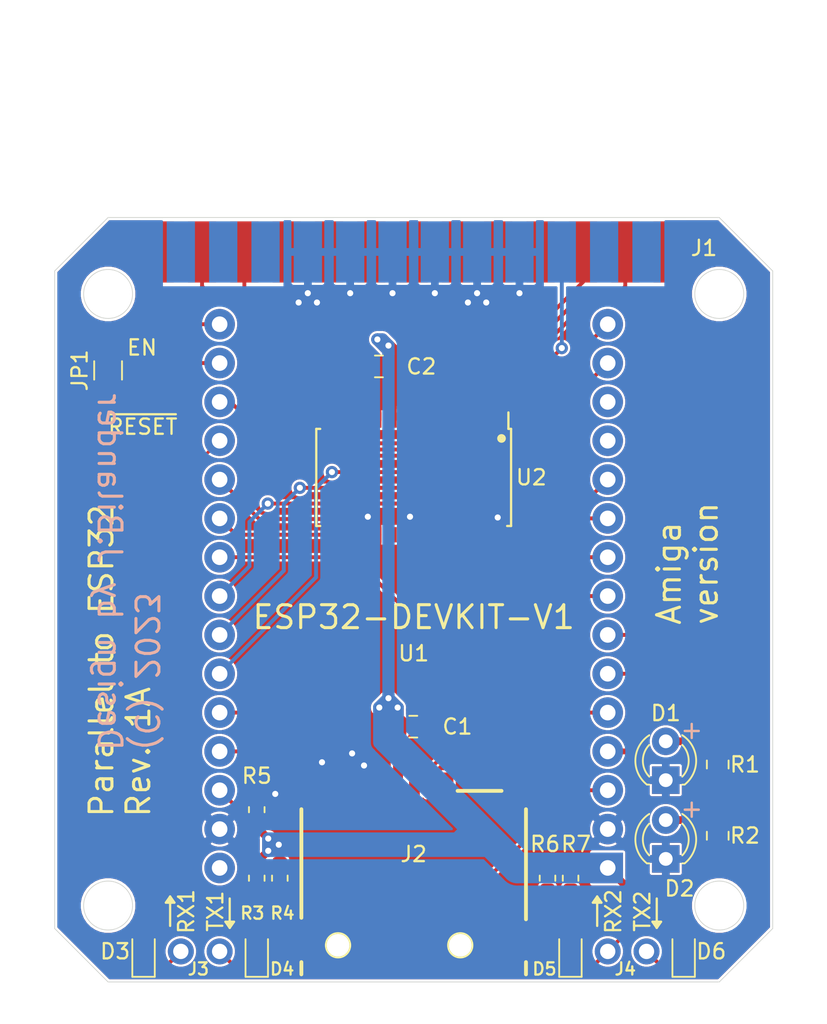
<source format=kicad_pcb>
(kicad_pcb (version 20171130) (host pcbnew "(5.1.6-0)")
  (layers (0 F.Cu signal) (31 B.Cu signal) (34 B.Paste user) (35 F.Paste user) (36 B.SilkS user) (37 F.SilkS user) (38 B.Mask user) (39 F.Mask user) (44 Edge.Cuts user))
  (net 0 "")
  (net 1 GND)
  (net 2 RESET)
  (net 3 SELECT)
  (net 4 POUT)
  (net 5 BUSY)
  (net 6 D7)
  (net 7 D6)
  (net 8 D5)
  (net 9 D4)
  (net 10 D3)
  (net 11 D2)
  (net 12 D1)
  (net 13 D0)
  (net 14 SCK)
  (net 15 MOSI)
  (net 16 ACK)
  (net 17 3V3)
  (net 18 CS)
  (net 19 "Net-(J1-Pad25)")
  (net 20 "Net-(J1-Pad24)")
  (net 21 "Net-(J1-Pad23)")
  (net 22 "Net-(J1-Pad15)")
  (net 23 MISO)
  (net 24 "Net-(U2-Pad35)")
  (net 25 "Net-(U2-Pad34)")
  (net 26 "Net-(U2-Pad33)")
  (net 27 "Net-(U2-Pad31)")
  (net 28 "Net-(U2-Pad30)")
  (net 29 "Net-(U2-Pad29)")
  (net 30 "Net-(U2-Pad1)")
  (net 31 POUT_3V3)
  (net 32 BUSY_3V3)
  (net 33 SELECT_3V3)
  (net 34 D0_3V3)
  (net 35 D1_3V3)
  (net 36 D2_3V3)
  (net 37 D3_3V3)
  (net 38 D4_3V3)
  (net 39 D5_3V3)
  (net 40 D6_3V3)
  (net 41 D7_3V3)
  (net 42 Amiga_5V)
  (net 43 STROBE)
  (net 44 STROBE_3V3)
  (net 45 ACK_3V3)
  (net 46 RESET_3V3)
  (net 47 TX2)
  (net 48 RX2)
  (net 49 RX1)
  (net 50 TX1)
  (net 51 "Net-(J2-Pad8)")
  (net 52 "Net-(J2-Pad1)")
  (net 53 "Net-(U1-Pad30)")
  (net 54 "Net-(D3-Pad2)")
  (net 55 "Net-(D4-Pad2)")
  (net 56 "Net-(D5-Pad2)")
  (net 57 "Net-(D6-Pad2)")
  (net 58 "Net-(D2-Pad2)")
  (net 59 "Net-(D1-Pad2)")
  (net 60 "Net-(U1-Pad13)")
  (net 61 "Net-(U1-Pad12)")
  (net 62 CP)
  (net 63 ACT_LED)
  (net 64 EN)
  (module Resistor_SMD:R_1206_3216Metric_Pad1.42x1.75mm_HandSolder (layer F.Cu) (at 127.7 95 270)
    (fp_text reference JP1 (at 0 1.86 90) (layer F.SilkS))
    (fp_text value Jumper_2_Open hide)
    (pad 2 smd roundrect (at 1.4875 0 270) (size 1.425 1.75) (layers F.Cu F.Paste F.Mask) (roundrect_rratio 0.175439) (net 46 RESET_3V3))
    (pad 1 smd roundrect (at -1.4875 0 270) (size 1.425 1.75) (layers F.Cu F.Paste F.Mask) (roundrect_rratio 0.175439) (net 64 EN))
  )
  (module Resistor_SMD:R_0805_2012Metric_Pad1.15x1.40mm_HandSolder (layer F.Cu) (at 167.6 120.775 90)
    (fp_text reference R1 (at -0.005 1.78 180) (layer F.SilkS))
    (fp_text value 150 hide)
    (pad 2 smd roundrect (at 1.025 0 90) (size 1.15 1.4) (layers F.Cu F.Paste F.Mask) (roundrect_rratio 0.217391) (net 59 "Net-(D1-Pad2)"))
    (pad 1 smd roundrect (at -1.025 0 90) (size 1.15 1.4) (layers F.Cu F.Paste F.Mask) (roundrect_rratio 0.217391) (net 63 ACT_LED))
  )
  (module Resistor_SMD:R_0805_2012Metric_Pad1.15x1.40mm_HandSolder (layer F.Cu) (at 167.6 125.435 90)
    (fp_text reference R2 (at 0.005 1.78 180) (layer F.SilkS))
    (fp_text value 150 hide)
    (pad 2 smd roundrect (at 1.025 0 90) (size 1.15 1.4) (layers F.Cu F.Paste F.Mask) (roundrect_rratio 0.217391) (net 58 "Net-(D2-Pad2)"))
    (pad 1 smd roundrect (at -1.025 0 90) (size 1.15 1.4) (layers F.Cu F.Paste F.Mask) (roundrect_rratio 0.217391) (net 17 3V3))
  )
  (module Connector_PinHeader_2.54mm:PinHeader_1x02_P2.54mm_Vertical (layer F.Cu) (at 162.94 133 270)
    (fp_text reference J4 (at 1.15 1.39 180) (layer F.SilkS) (effects (font (size 0.8 0.8))))
    (fp_text value Conn_01x02 hide)
    (pad 2 thru_hole oval (at 0 2.54 270) (size 1.7 1.7) (drill 1) (layers *.Cu *.Mask) (net 48 RX2))
    (pad 1 thru_hole oval (at 0 0 270) (size 1.7 1.7) (drill 1) (layers *.Cu *.Mask) (net 47 TX2))
  )
  (module Resistor_SMD:R_0603_1608Metric_Pad1.05x0.95mm_HandSolder (layer F.Cu) (at 157.97 128.21 270)
    (fp_text reference R7 (at -2.23 -0.36 180) (layer F.SilkS))
    (fp_text value 1k hide)
    (pad 2 smd roundrect (at 0.875 0 270) (size 1.05 0.95) (layers F.Cu F.Paste F.Mask) (net 57 "Net-(D6-Pad2)"))
    (pad 1 smd roundrect (at -0.875 0 270) (size 1.05 0.95) (layers F.Cu F.Paste F.Mask) (net 17 3V3))
  )
  (module Resistor_SMD:R_0603_1608Metric_Pad1.05x0.95mm_HandSolder (layer F.Cu) (at 156.46 128.21 270)
    (fp_text reference R6 (at -2.23 0.16 180) (layer F.SilkS))
    (fp_text value 1k hide)
    (pad 2 smd roundrect (at 0.875 0 270) (size 1.05 0.95) (layers F.Cu F.Paste F.Mask) (net 56 "Net-(D5-Pad2)"))
    (pad 1 smd roundrect (at -0.875 0 270) (size 1.05 0.95) (layers F.Cu F.Paste F.Mask) (net 17 3V3))
  )
  (module Diode_SMD:D_0603_1608Metric_Pad1.05x0.95mm_HandSolder (layer F.Cu) (at 165.37 133 90)
    (fp_text reference D6 (at 0 1.81 180) (layer F.SilkS))
    (fp_text value LED hide)
    (pad 2 smd roundrect (at 0.875 0 90) (size 1.05 0.95) (layers F.Cu F.Paste F.Mask) (net 57 "Net-(D6-Pad2)"))
    (pad 1 smd roundrect (at -0.875 0 90) (size 1.05 0.95) (layers F.Cu F.Paste F.Mask) (net 47 TX2))
  )
  (module Diode_SMD:D_0603_1608Metric_Pad1.05x0.95mm_HandSolder (layer F.Cu) (at 157.96 133 90)
    (fp_text reference D5 (at -1.15 -1.7 180) (layer F.SilkS) (effects (font (size 0.8 0.8))))
    (fp_text value LED hide)
    (pad 2 smd roundrect (at 0.875 0 90) (size 1.05 0.95) (layers F.Cu F.Paste F.Mask) (net 56 "Net-(D5-Pad2)"))
    (pad 1 smd roundrect (at -0.875 0 90) (size 1.05 0.95) (layers F.Cu F.Paste F.Mask) (net 48 RX2))
  )
  (module Resistor_SMD:R_0603_1608Metric_Pad1.05x0.95mm_HandSolder (layer F.Cu) (at 137.43 123.73 90)
    (fp_text reference R5 (at 2.21 0 180) (layer F.SilkS))
    (fp_text value 10k hide)
    (pad 2 smd roundrect (at 0.875 0 90) (size 1.05 0.95) (layers F.Cu F.Paste F.Mask) (net 62 CP))
    (pad 1 smd roundrect (at -0.875 0 90) (size 1.05 0.95) (layers F.Cu F.Paste F.Mask) (net 17 3V3))
  )
  (module Resistor_SMD:R_0603_1608Metric_Pad1.05x0.95mm_HandSolder (layer F.Cu) (at 138.94 128.21 270)
    (fp_text reference R4 (at 2.29 -0.17 180) (layer F.SilkS) (effects (font (size 0.8 0.8))))
    (fp_text value 1k hide)
    (pad 1 smd roundrect (at -0.875 0 270) (size 1.05 0.95) (layers F.Cu F.Paste F.Mask) (net 17 3V3))
    (pad 2 smd roundrect (at 0.875 0 270) (size 1.05 0.95) (layers F.Cu F.Paste F.Mask) (net 55 "Net-(D4-Pad2)"))
  )
  (module Resistor_SMD:R_0603_1608Metric_Pad1.05x0.95mm_HandSolder (layer F.Cu) (at 137.43 128.21 270)
    (fp_text reference R3 (at 2.29 0.29) (layer F.SilkS) (effects (font (size 0.8 0.8))))
    (fp_text value 1k hide)
    (pad 1 smd roundrect (at -0.875 0 270) (size 1.05 0.95) (layers F.Cu F.Paste F.Mask) (net 17 3V3))
    (pad 2 smd roundrect (at 0.875 0 270) (size 1.05 0.95) (layers F.Cu F.Paste F.Mask) (net 54 "Net-(D3-Pad2)"))
  )
  (module Diode_SMD:D_0603_1608Metric_Pad1.05x0.95mm_HandSolder (layer F.Cu) (at 137.43 133 90)
    (fp_text reference D4 (at -1.15 1.66 180) (layer F.SilkS) (effects (font (size 0.8 0.8))))
    (fp_text value LED hide)
    (pad 2 smd roundrect (at 0.875 0 90) (size 1.05 0.95) (layers F.Cu F.Paste F.Mask) (net 55 "Net-(D4-Pad2)"))
    (pad 1 smd roundrect (at -0.875 0 90) (size 1.05 0.95) (layers F.Cu F.Paste F.Mask) (net 50 TX1))
  )
  (module Diode_SMD:D_0603_1608Metric_Pad1.05x0.95mm_HandSolder (layer F.Cu) (at 130.02 133 90)
    (fp_text reference D3 (at 0 -1.86 180) (layer F.SilkS))
    (fp_text value LED hide)
    (pad 2 smd roundrect (at 0.875 0 90) (size 1.05 0.95) (layers F.Cu F.Paste F.Mask) (net 54 "Net-(D3-Pad2)"))
    (pad 1 smd roundrect (at -0.875 0 90) (size 1.05 0.95) (layers F.Cu F.Paste F.Mask) (net 49 RX1))
  )
  (module Connector_PinHeader_2.54mm:PinHeader_1x02_P2.54mm_Vertical (layer F.Cu) (at 135 133 270)
    (fp_text reference J3 (at 1.15 1.39) (layer F.SilkS) (effects (font (size 0.8 0.8))))
    (fp_text value Conn_01x02 hide)
    (pad 2 thru_hole oval (at 0 2.54 270) (size 1.7 1.7) (drill 1) (layers *.Cu *.Mask) (net 49 RX1))
    (pad 1 thru_hole oval (at 0 0 270) (size 1.7 1.7) (drill 1) (layers *.Cu *.Mask) (net 50 TX1))
  )
  (module Package_SO:TSSOP-48_6.1x12.5mm_P0.5mm (layer F.Cu) (at 147.7 102 270)
    (fp_text reference U2 (at 0 -7.7 180) (layer F.SilkS))
    (fp_text value SN74CB3T16210 hide)
    (pad 48 smd rect (at 3.75 -5.75 270) (size 1 0.285) (layers F.Cu F.Paste F.Mask) (net 1 GND))
    (pad 47 smd rect (at 3.75 -5.25 270) (size 1 0.285) (layers F.Cu F.Paste F.Mask) (net 1 GND))
    (pad 46 smd rect (at 3.75 -4.75 270) (size 1 0.285) (layers F.Cu F.Paste F.Mask) (net 46 RESET_3V3))
    (pad 45 smd rect (at 3.75 -4.25 270) (size 1 0.285) (layers F.Cu F.Paste F.Mask) (net 44 STROBE_3V3))
    (pad 44 smd rect (at 3.75 -3.75 270) (size 1 0.285) (layers F.Cu F.Paste F.Mask) (net 34 D0_3V3))
    (pad 43 smd rect (at 3.75 -3.25 270) (size 1 0.285) (layers F.Cu F.Paste F.Mask) (net 35 D1_3V3))
    (pad 42 smd rect (at 3.75 -2.75 270) (size 1 0.285) (layers F.Cu F.Paste F.Mask) (net 36 D2_3V3))
    (pad 41 smd rect (at 3.75 -2.25 270) (size 1 0.285) (layers F.Cu F.Paste F.Mask) (net 1 GND))
    (pad 40 smd rect (at 3.75 -1.75 270) (size 1 0.285) (layers F.Cu F.Paste F.Mask) (net 37 D3_3V3))
    (pad 39 smd rect (at 3.75 -1.25 270) (size 1 0.285) (layers F.Cu F.Paste F.Mask) (net 38 D4_3V3))
    (pad 38 smd rect (at 3.75 -0.75 270) (size 1 0.285) (layers F.Cu F.Paste F.Mask) (net 39 D5_3V3))
    (pad 37 smd rect (at 3.75 -0.25 270) (size 1 0.285) (layers F.Cu F.Paste F.Mask) (net 40 D6_3V3))
    (pad 36 smd rect (at 3.75 0.25 270) (size 1 0.285) (layers F.Cu F.Paste F.Mask) (net 41 D7_3V3))
    (pad 35 smd rect (at 3.75 0.75 270) (size 1 0.285) (layers F.Cu F.Paste F.Mask) (net 24 "Net-(U2-Pad35)"))
    (pad 34 smd rect (at 3.75 1.25 270) (size 1 0.285) (layers F.Cu F.Paste F.Mask) (net 25 "Net-(U2-Pad34)"))
    (pad 33 smd rect (at 3.75 1.75 270) (size 1 0.285) (layers F.Cu F.Paste F.Mask) (net 26 "Net-(U2-Pad33)"))
    (pad 32 smd rect (at 3.75 2.25 270) (size 1 0.285) (layers F.Cu F.Paste F.Mask) (net 1 GND))
    (pad 31 smd rect (at 3.75 2.75 270) (size 1 0.285) (layers F.Cu F.Paste F.Mask) (net 27 "Net-(U2-Pad31)"))
    (pad 30 smd rect (at 3.75 3.25 270) (size 1 0.285) (layers F.Cu F.Paste F.Mask) (net 28 "Net-(U2-Pad30)"))
    (pad 29 smd rect (at 3.75 3.75 270) (size 1 0.285) (layers F.Cu F.Paste F.Mask) (net 29 "Net-(U2-Pad29)"))
    (pad 28 smd rect (at 3.75 4.25 270) (size 1 0.285) (layers F.Cu F.Paste F.Mask) (net 45 ACK_3V3))
    (pad 27 smd rect (at 3.75 4.75 270) (size 1 0.285) (layers F.Cu F.Paste F.Mask) (net 32 BUSY_3V3))
    (pad 26 smd rect (at 3.75 5.25 270) (size 1 0.285) (layers F.Cu F.Paste F.Mask) (net 31 POUT_3V3))
    (pad 25 smd rect (at 3.75 5.75 270) (size 1 0.285) (layers F.Cu F.Paste F.Mask) (net 33 SELECT_3V3))
    (pad 24 smd rect (at -3.75 5.75 270) (size 1 0.285) (layers F.Cu F.Paste F.Mask) (net 3 SELECT))
    (pad 23 smd rect (at -3.75 5.25 270) (size 1 0.285) (layers F.Cu F.Paste F.Mask) (net 4 POUT))
    (pad 22 smd rect (at -3.75 4.75 270) (size 1 0.285) (layers F.Cu F.Paste F.Mask) (net 5 BUSY))
    (pad 21 smd rect (at -3.75 4.25 270) (size 1 0.285) (layers F.Cu F.Paste F.Mask) (net 16 ACK))
    (pad 20 smd rect (at -3.75 3.75 270) (size 1 0.285) (layers F.Cu F.Paste F.Mask) (net 1 GND))
    (pad 19 smd rect (at -3.75 3.25 270) (size 1 0.285) (layers F.Cu F.Paste F.Mask) (net 1 GND))
    (pad 18 smd rect (at -3.75 2.75 270) (size 1 0.285) (layers F.Cu F.Paste F.Mask) (net 1 GND))
    (pad 17 smd rect (at -3.75 2.25 270) (size 1 0.285) (layers F.Cu F.Paste F.Mask) (net 1 GND))
    (pad 16 smd rect (at -3.75 1.75 270) (size 1 0.285) (layers F.Cu F.Paste F.Mask) (net 1 GND))
    (pad 15 smd rect (at -3.75 1.25 270) (size 1 0.285) (layers F.Cu F.Paste F.Mask) (net 17 3V3))
    (pad 14 smd rect (at -3.75 0.75 270) (size 1 0.285) (layers F.Cu F.Paste F.Mask) (net 1 GND))
    (pad 13 smd rect (at -3.75 0.25 270) (size 1 0.285) (layers F.Cu F.Paste F.Mask) (net 1 GND))
    (pad 12 smd rect (at -3.75 -0.25 270) (size 1 0.285) (layers F.Cu F.Paste F.Mask) (net 6 D7))
    (pad 11 smd rect (at -3.75 -0.75 270) (size 1 0.285) (layers F.Cu F.Paste F.Mask) (net 7 D6))
    (pad 10 smd rect (at -3.75 -1.25 270) (size 1 0.285) (layers F.Cu F.Paste F.Mask) (net 8 D5))
    (pad 9 smd rect (at -3.75 -1.75 270) (size 1 0.285) (layers F.Cu F.Paste F.Mask) (net 9 D4))
    (pad 8 smd rect (at -3.75 -2.25 270) (size 1 0.285) (layers F.Cu F.Paste F.Mask) (net 1 GND))
    (pad 7 smd rect (at -3.75 -2.75 270) (size 1 0.285) (layers F.Cu F.Paste F.Mask) (net 10 D3))
    (pad 6 smd rect (at -3.75 -3.25 270) (size 1 0.285) (layers F.Cu F.Paste F.Mask) (net 11 D2))
    (pad 5 smd rect (at -3.75 -3.75 270) (size 1 0.285) (layers F.Cu F.Paste F.Mask) (net 12 D1))
    (pad 4 smd rect (at -3.75 -4.25 270) (size 1 0.285) (layers F.Cu F.Paste F.Mask) (net 13 D0))
    (pad 3 smd rect (at -3.75 -4.75 270) (size 1 0.285) (layers F.Cu F.Paste F.Mask) (net 43 STROBE))
    (pad 2 smd rect (at -3.75 -5.25 270) (size 1 0.285) (layers F.Cu F.Paste F.Mask) (net 2 RESET))
    (pad 1 smd rect (at -3.75 -5.75 270) (size 1 0.285) (layers F.Cu F.Paste F.Mask) (net 30 "Net-(U2-Pad1)"))
  )
  (module Parallel_to_ESP32:MODULE_ESP32_DEVKIT_V1 (layer F.Cu) (at 147.7 112.025 180)
    (fp_text reference U1 (at 0 -1.485) (layer F.SilkS))
    (fp_text value ESP32-DEVKIT-V1 hide)
    (pad 16 thru_hole circle (at 12.7 20.045 180) (size 2 2) (drill 1.02) (layers *.Cu *.Mask) (net 64 EN))
    (pad 17 thru_hole circle (at 12.7 17.505 180) (size 2 2) (drill 1.02) (layers *.Cu *.Mask) (net 49 RX1))
    (pad 18 thru_hole circle (at 12.7 14.965 180) (size 2 2) (drill 1.02) (layers *.Cu *.Mask) (net 44 STROBE_3V3))
    (pad 19 thru_hole circle (at 12.7 12.425 180) (size 2 2) (drill 1.02) (layers *.Cu *.Mask) (net 62 CP))
    (pad 20 thru_hole circle (at 12.7 9.885 180) (size 2 2) (drill 1.02) (layers *.Cu *.Mask) (net 31 POUT_3V3))
    (pad 21 thru_hole circle (at 12.7 7.345 180) (size 2 2) (drill 1.02) (layers *.Cu *.Mask) (net 33 SELECT_3V3))
    (pad 22 thru_hole circle (at 12.7 4.805 180) (size 2 2) (drill 1.02) (layers *.Cu *.Mask) (net 32 BUSY_3V3))
    (pad 23 thru_hole circle (at 12.7 2.265 180) (size 2 2) (drill 1.02) (layers *.Cu *.Mask) (net 36 D2_3V3))
    (pad 24 thru_hole circle (at 12.7 -0.275 180) (size 2 2) (drill 1.02) (layers *.Cu *.Mask) (net 35 D1_3V3))
    (pad 25 thru_hole circle (at 12.7 -2.815 180) (size 2 2) (drill 1.02) (layers *.Cu *.Mask) (net 34 D0_3V3))
    (pad 26 thru_hole circle (at 12.7 -5.355 180) (size 2 2) (drill 1.02) (layers *.Cu *.Mask) (net 14 SCK))
    (pad 27 thru_hole circle (at 12.7 -7.895 180) (size 2 2) (drill 1.02) (layers *.Cu *.Mask) (net 23 MISO))
    (pad 28 thru_hole circle (at 12.7 -10.435 180) (size 2 2) (drill 1.02) (layers *.Cu *.Mask) (net 15 MOSI))
    (pad 29 thru_hole circle (at 12.7 -12.975 180) (size 2 2) (drill 1.02) (layers *.Cu *.Mask) (net 1 GND))
    (pad 30 thru_hole circle (at 12.7 -15.515 180) (size 2 2) (drill 1.02) (layers *.Cu *.Mask) (net 53 "Net-(U1-Pad30)"))
    (pad 15 thru_hole circle (at -12.7 20.045 180) (size 2 2) (drill 1.02) (layers *.Cu *.Mask) (net 37 D3_3V3))
    (pad 14 thru_hole circle (at -12.7 17.505 180) (size 2 2) (drill 1.02) (layers *.Cu *.Mask) (net 38 D4_3V3))
    (pad 13 thru_hole circle (at -12.7 14.965 180) (size 2 2) (drill 1.02) (layers *.Cu *.Mask) (net 60 "Net-(U1-Pad13)"))
    (pad 12 thru_hole circle (at -12.7 12.425 180) (size 2 2) (drill 1.02) (layers *.Cu *.Mask) (net 61 "Net-(U1-Pad12)"))
    (pad 11 thru_hole circle (at -12.7 9.885 180) (size 2 2) (drill 1.02) (layers *.Cu *.Mask) (net 39 D5_3V3))
    (pad 10 thru_hole circle (at -12.7 7.345 180) (size 2 2) (drill 1.02) (layers *.Cu *.Mask) (net 40 D6_3V3))
    (pad 9 thru_hole circle (at -12.7 4.805 180) (size 2 2) (drill 1.02) (layers *.Cu *.Mask) (net 41 D7_3V3))
    (pad 8 thru_hole circle (at -12.7 2.265 180) (size 2 2) (drill 1.02) (layers *.Cu *.Mask) (net 45 ACK_3V3))
    (pad 7 thru_hole circle (at -12.7 -0.275 180) (size 2 2) (drill 1.02) (layers *.Cu *.Mask) (net 47 TX2))
    (pad 6 thru_hole circle (at -12.7 -2.815 180) (size 2 2) (drill 1.02) (layers *.Cu *.Mask) (net 48 RX2))
    (pad 5 thru_hole circle (at -12.7 -5.355 180) (size 2 2) (drill 1.02) (layers *.Cu *.Mask) (net 18 CS))
    (pad 4 thru_hole circle (at -12.7 -7.895 180) (size 2 2) (drill 1.02) (layers *.Cu *.Mask) (net 63 ACT_LED))
    (pad 3 thru_hole circle (at -12.7 -10.435 180) (size 2 2) (drill 1.02) (layers *.Cu *.Mask) (net 50 TX1))
    (pad 2 thru_hole circle (at -12.7 -12.975 180) (size 2 2) (drill 1.02) (layers *.Cu *.Mask) (net 1 GND))
    (pad 1 thru_hole rect (at -12.7 -15.515 180) (size 2 2) (drill 1.02) (layers *.Cu *.Mask) (net 17 3V3))
  )
  (module Parallel_to_ESP32:GCT-MEM2055-00-190-01-A (layer F.Cu) (at 147.7 121.3 180)
    (fp_text reference J2 (at 0 -5.34 180) (layer F.SilkS))
    (fp_text value Micro_SD_Card_Socket hide)
    (pad 8 smd rect (at 5.45 -0.8 180) (size 0.7 1.6) (layers F.Cu F.Paste F.Mask) (net 51 "Net-(J2-Pad8)"))
    (pad 7 smd rect (at 4.35 -0.8 180) (size 0.7 1.6) (layers F.Cu F.Paste F.Mask) (net 23 MISO))
    (pad 6 smd rect (at 3.25 -0.8 180) (size 0.7 1.6) (layers F.Cu F.Paste F.Mask) (net 1 GND))
    (pad 5 smd rect (at 2.15 -0.8 180) (size 0.7 1.6) (layers F.Cu F.Paste F.Mask) (net 14 SCK))
    (pad 4 smd rect (at 1.05 -0.8 180) (size 0.7 1.6) (layers F.Cu F.Paste F.Mask) (net 17 3V3))
    (pad 3 smd rect (at -0.05 -0.8 180) (size 0.7 1.6) (layers F.Cu F.Paste F.Mask) (net 15 MOSI))
    (pad 2 smd rect (at -1.15 -0.8 180) (size 0.7 1.6) (layers F.Cu F.Paste F.Mask) (net 18 CS))
    (pad 1 smd rect (at -2.25 -0.8 180) (size 0.7 1.6) (layers F.Cu F.Paste F.Mask) (net 52 "Net-(J2-Pad1)"))
    (pad 10 smd rect (at 7.75 -1.4 180) (size 1.2 1.4) (layers F.Cu F.Paste F.Mask) (net 1 GND))
    (pad 10 smd rect (at -6.85 -1.4 180) (size 1.6 1.4) (layers F.Cu F.Paste F.Mask) (net 1 GND))
    (pad 10 smd rect (at -7.75 -11) (size 1.2 2.2) (layers F.Cu F.Paste F.Mask) (net 1 GND))
    (pad 10 smd rect (at 7.75 -10.9) (size 1.2 2.2) (layers F.Cu F.Paste F.Mask) (net 1 GND))
    (pad 9 smd rect (at 6.55 -0.8 180) (size 0.7 1.6) (layers F.Cu F.Paste F.Mask) (net 62 CP))
    (pad "" np_thru_hole circle (at 4.95 -11.3) (size 1.2 1.2) (drill 1.2) (layers *.Cu *.Mask))
    (pad "" np_thru_hole circle (at -3.05 -11.3) (size 1.2 1.2) (drill 1.2) (layers *.Cu *.Mask))
  )
  (module Capacitor_SMD:C_0805_2012Metric_Pad1.15x1.40mm_HandSolder (layer F.Cu) (at 145.425 94.74 180)
    (fp_text reference C2 (at -2.775 -0.01) (layer F.SilkS))
    (fp_text value 0.1uF hide)
    (pad 2 smd roundrect (at 1.025 0 180) (size 1.15 1.4) (layers F.Cu F.Paste F.Mask) (roundrect_rratio 0.217391) (net 1 GND))
    (pad 1 smd roundrect (at -1.025 0 180) (size 1.15 1.4) (layers F.Cu F.Paste F.Mask) (roundrect_rratio 0.217391) (net 17 3V3))
  )
  (module Capacitor_SMD:C_0805_2012Metric_Pad1.15x1.40mm_HandSolder (layer F.Cu) (at 147.675 118.3)
    (fp_text reference C1 (at 2.885 0 180) (layer F.SilkS))
    (fp_text value 0.1uF hide)
    (pad 2 smd roundrect (at 1.025 0) (size 1.15 1.4) (layers F.Cu F.Paste F.Mask) (roundrect_rratio 0.217391) (net 1 GND))
    (pad 1 smd roundrect (at -1.025 0) (size 1.15 1.4) (layers F.Cu F.Paste F.Mask) (roundrect_rratio 0.217391) (net 17 3V3))
  )
  (module Connector_Dsub:DSUB-25_Male_EdgeMount_P2.77mm (layer F.Cu) (at 147.7 87 180)
    (fp_text reference J1 (at -19 0 180) (layer F.SilkS))
    (fp_text value DB25_Male hide)
    (pad 25 smd rect (at 15.24 -0.254 180) (size 1.846667 4) (layers B.Cu B.Paste B.Mask) (net 19 "Net-(J1-Pad25)"))
    (pad 24 smd rect (at 12.465 -0.254 180) (size 1.846667 4) (layers B.Cu B.Paste B.Mask) (net 20 "Net-(J1-Pad24)"))
    (pad 23 smd rect (at 9.695 -0.254 180) (size 1.846667 4) (layers B.Cu B.Paste B.Mask) (net 21 "Net-(J1-Pad23)"))
    (pad 22 smd rect (at 6.925 -0.254 180) (size 1.846667 4) (layers B.Cu B.Paste B.Mask) (net 1 GND))
    (pad 21 smd rect (at 4.155 -0.254 180) (size 1.846667 4) (layers B.Cu B.Paste B.Mask) (net 1 GND))
    (pad 20 smd rect (at 1.385 -0.254 180) (size 1.846667 4) (layers B.Cu B.Paste B.Mask) (net 1 GND))
    (pad 19 smd rect (at -1.385 -0.254 180) (size 1.846667 4) (layers B.Cu B.Paste B.Mask) (net 1 GND))
    (pad 18 smd rect (at -4.155 -0.254 180) (size 1.846667 4) (layers B.Cu B.Paste B.Mask) (net 1 GND))
    (pad 17 smd rect (at -6.925 -0.254 180) (size 1.846667 4) (layers B.Cu B.Paste B.Mask) (net 1 GND))
    (pad 16 smd rect (at -9.695 -0.254 180) (size 1.846667 4) (layers B.Cu B.Paste B.Mask) (net 2 RESET))
    (pad 15 smd rect (at -12.465 -0.254 180) (size 1.846667 4) (layers B.Cu B.Paste B.Mask) (net 22 "Net-(J1-Pad15)"))
    (pad 14 smd rect (at -15.24 -0.254 180) (size 1.846667 4) (layers B.Cu B.Paste B.Mask) (net 42 Amiga_5V))
    (pad 13 smd rect (at 16.62 -0.254 180) (size 1.846667 4) (layers F.Cu F.Paste F.Mask) (net 3 SELECT))
    (pad 12 smd rect (at 13.85 -0.254 180) (size 1.846667 4) (layers F.Cu F.Paste F.Mask) (net 4 POUT))
    (pad 11 smd rect (at 11.08 -0.254 180) (size 1.846667 4) (layers F.Cu F.Paste F.Mask) (net 5 BUSY))
    (pad 10 smd rect (at 8.31 -0.254 180) (size 1.846667 4) (layers F.Cu F.Paste F.Mask) (net 16 ACK))
    (pad 9 smd rect (at 5.54 -0.254 180) (size 1.846667 4) (layers F.Cu F.Paste F.Mask) (net 6 D7))
    (pad 8 smd rect (at 2.77 -0.254 180) (size 1.846667 4) (layers F.Cu F.Paste F.Mask) (net 7 D6))
    (pad 7 smd rect (at 0 -0.254 180) (size 1.846667 4) (layers F.Cu F.Paste F.Mask) (net 8 D5))
    (pad 6 smd rect (at -2.77 -0.254 180) (size 1.846667 4) (layers F.Cu F.Paste F.Mask) (net 9 D4))
    (pad 5 smd rect (at -5.54 -0.254 180) (size 1.846667 4) (layers F.Cu F.Paste F.Mask) (net 10 D3))
    (pad 4 smd rect (at -8.31 -0.254 180) (size 1.846667 4) (layers F.Cu F.Paste F.Mask) (net 11 D2))
    (pad 3 smd rect (at -11.08 -0.254 180) (size 1.846667 4) (layers F.Cu F.Paste F.Mask) (net 12 D1))
    (pad 2 smd rect (at -13.85 -0.254 180) (size 1.846667 4) (layers F.Cu F.Paste F.Mask) (net 13 D0))
    (pad 1 smd rect (at -16.62 -0.254 180) (size 1.846667 4) (layers F.Cu F.Paste F.Mask) (net 43 STROBE))
  )
  (module LED_THT:LED_D3.0mm (layer F.Cu) (at 164.2 126.95 90)
    (fp_text reference D2 (at -1.94 0.9 180) (layer F.SilkS))
    (fp_text value "Power LED indicator" hide)
    (pad 1 thru_hole rect (at 0 0 90) (size 1.8 1.8) (drill 0.9) (layers *.Cu *.Mask) (net 1 GND))
    (pad 2 thru_hole circle (at 2.54 0 90) (size 1.8 1.8) (drill 0.9) (layers *.Cu *.Mask) (net 58 "Net-(D2-Pad2)"))
  )
  (module LED_THT:LED_D3.0mm (layer F.Cu) (at 164.2 121.8 90)
    (fp_text reference D1 (at 4.38 0 180) (layer F.SilkS))
    (fp_text value "Activity LED indicator" hide)
    (pad 2 thru_hole circle (at 2.54 0 90) (size 1.8 1.8) (drill 0.9) (layers *.Cu *.Mask) (net 59 "Net-(D1-Pad2)"))
    (pad 1 thru_hole rect (at 0 0 90) (size 1.8 1.8) (drill 0.9) (layers *.Cu *.Mask) (net 1 GND))
  )
  (gr_text "Amiga\nversion" (at 165.62 111.76 90) (layer F.SilkS) (effects (font (size 1.5 1.5) (thickness 0.2)) (justify left)))
  (gr_text ~RESET (at 129.97 98.69) (layer F.SilkS) (effects (font (size 1 1))))
  (gr_text EN (at 129.92 93.51) (layer F.SilkS) (effects (font (size 1 1))))
  (gr_text + (at 165.9 118.49) (layer B.SilkS) (effects (font (size 1.2 1.2)) (justify mirror)))
  (gr_text + (at 165.9 118.49) (layer F.SilkS) (effects (font (size 1.2 1.2))))
  (gr_text + (at 165.9 123.64) (layer B.SilkS) (effects (font (size 1.2 1.2)) (justify mirror)))
  (gr_text + (at 165.9 123.64) (layer F.SilkS) (effects (font (size 1.2 1.2))))
  (gr_line (start 159.71 129.41) (end 159.58 129.81) (layer F.SilkS) (width 0.15))
  (gr_line (start 159.71 129.41) (end 159.43 129.81) (layer F.SilkS) (width 0.15))
  (gr_line (start 159.43 129.81) (end 159.99 129.81) (layer F.SilkS) (width 0.15))
  (gr_line (start 163.61 131.46) (end 163.74 131.06) (layer F.SilkS) (width 0.15))
  (gr_line (start 163.61 129.54) (end 163.61 131.46) (layer F.SilkS) (width 0.15))
  (gr_line (start 163.61 131.46) (end 163.33 131.06) (layer F.SilkS) (width 0.15))
  (gr_line (start 159.71 129.41) (end 159.82 129.81) (layer F.SilkS) (width 0.15))
  (gr_line (start 163.61 131.46) (end 163.89 131.06) (layer F.SilkS) (width 0.15))
  (gr_line (start 163.89 131.06) (end 163.33 131.06) (layer F.SilkS) (width 0.15))
  (gr_line (start 163.61 131.46) (end 163.5 131.06) (layer F.SilkS) (width 0.15))
  (gr_line (start 159.71 131.33) (end 159.71 129.41) (layer F.SilkS) (width 0.15))
  (gr_line (start 159.71 129.41) (end 159.99 129.81) (layer F.SilkS) (width 0.15))
  (gr_text RX2 (at 160.77 130.39 90) (layer F.SilkS) (effects (font (size 1 1))))
  (gr_text TX2 (at 162.67 130.37 90) (layer F.SilkS) (effects (font (size 1 1))))
  (gr_line (start 135.66 131.46) (end 135.79 131.06) (layer F.SilkS) (width 0.15))
  (gr_line (start 135.66 131.46) (end 135.94 131.06) (layer F.SilkS) (width 0.15))
  (gr_line (start 135.94 131.06) (end 135.38 131.06) (layer F.SilkS) (width 0.15))
  (gr_line (start 135.66 131.46) (end 135.55 131.06) (layer F.SilkS) (width 0.15))
  (gr_line (start 135.66 129.54) (end 135.66 131.46) (layer F.SilkS) (width 0.15))
  (gr_line (start 135.66 131.46) (end 135.38 131.06) (layer F.SilkS) (width 0.15))
  (gr_text RX1 (at 132.82 130.39 90) (layer F.SilkS) (effects (font (size 1 1))))
  (gr_line (start 131.76 129.41) (end 131.63 129.81) (layer F.SilkS) (width 0.15))
  (gr_line (start 131.76 129.41) (end 131.87 129.81) (layer F.SilkS) (width 0.15))
  (gr_line (start 131.48 129.81) (end 132.04 129.81) (layer F.SilkS) (width 0.15))
  (gr_line (start 131.76 129.41) (end 131.48 129.81) (layer F.SilkS) (width 0.15))
  (gr_line (start 131.76 129.41) (end 132.04 129.81) (layer F.SilkS) (width 0.15))
  (gr_line (start 131.76 131.33) (end 131.76 129.41) (layer F.SilkS) (width 0.15))
  (gr_text TX1 (at 134.72 130.37 90) (layer F.SilkS) (effects (font (size 1 1))))
  (gr_text ESP32-DEVKIT-V1 (at 147.7 111.14) (layer F.SilkS) (effects (font (size 1.5 1.5) (thickness 0.2))))
  (gr_circle (center 167.7 90) (end 169.3 90) (layer Edge.Cuts) (width 0.05))
  (gr_circle (center 167.7 130) (end 169.3 130) (layer Edge.Cuts) (width 0.05))
  (gr_circle (center 127.7 90) (end 129.3 90) (layer Edge.Cuts) (width 0.05))
  (gr_circle (center 127.7 130) (end 129.3 130) (layer Edge.Cuts) (width 0.05))
  (gr_text "(C) 2023\nDesign by J.Bilander" (at 129 120 270) (layer B.SilkS) (effects (font (size 1.5 1.5) (thickness 0.2)) (justify left mirror)))
  (gr_text "Parallel to ESP32\nRev. 1A" (at 128.475 124.34 90) (layer F.SilkS) (effects (font (size 1.5 1.5) (thickness 0.2)) (justify left)))
  (gr_line (start 124.2 131.5) (end 127.7 135) (layer Edge.Cuts) (width 0.05))
  (gr_line (start 171.2 131.5) (end 167.7 135) (layer Edge.Cuts) (width 0.05))
  (gr_line (start 167.7 85) (end 171.2 88.5) (layer Edge.Cuts) (width 0.05))
  (gr_line (start 124.2 88.5) (end 127.7 85) (layer Edge.Cuts) (width 0.05))
  (gr_line (start 124.2 88.5) (end 124.2 131.5) (layer Edge.Cuts) (width 0.05))
  (gr_line (start 127.7 135) (end 167.7 135) (layer Edge.Cuts) (width 0.05))
  (gr_line (start 171.2 88.5) (end 171.2 131.5) (layer Edge.Cuts) (width 0.05))
  (gr_line (start 127.7 85) (end 167.7 85) (layer Edge.Cuts) (width 0.05))
  (via (at 144.45 120.84) (size 0.8) (drill 0.4) (layers F.Cu B.Cu) (net 1))
  (via (at 151.25 90.56) (size 0.8) (drill 0.4) (layers F.Cu B.Cu) (net 1))
  (via (at 152.45 90.56) (size 0.8) (drill 0.4) (layers F.Cu B.Cu) (net 1))
  (via (at 151.85 89.95) (size 0.8) (drill 0.4) (layers F.Cu B.Cu) (net 1))
  (via (at 149.085 89.95) (size 0.8) (drill 0.4) (layers F.Cu B.Cu) (net 1))
  (via (at 154.625 89.95) (size 0.8) (drill 0.4) (layers F.Cu B.Cu) (net 1))
  (via (at 146.315 89.95) (size 0.8) (drill 0.4) (layers F.Cu B.Cu) (net 1))
  (via (at 143.545 89.95) (size 0.8) (drill 0.4) (layers F.Cu B.Cu) (net 1))
  (via (at 141.37 90.56) (size 0.8) (drill 0.4) (layers F.Cu B.Cu) (net 1))
  (via (at 140.77 89.95) (size 0.8) (drill 0.4) (layers F.Cu B.Cu) (net 1))
  (via (at 140.17 90.56) (size 0.8) (drill 0.4) (layers F.Cu B.Cu) (net 1))
  (segment (start 140.17 91.17) (end 140.17 90.56) (width 0.285) (layer F.Cu) (net 1))
  (segment (start 149.95 98.25) (end 149.95 94.8) (width 0.285) (layer F.Cu) (net 1))
  (segment (start 151.25 93.5) (end 149.95 94.8) (width 0.285) (layer F.Cu) (net 1))
  (segment (start 151.25 90.56) (end 151.25 93.5) (width 0.285) (layer F.Cu) (net 1))
  (segment (start 145.45 98.25) (end 145.45 97.175) (width 0.285) (layer F.Cu) (net 1))
  (segment (start 144.4 96.125) (end 144.4 94.74) (width 0.285) (layer F.Cu) (net 1))
  (segment (start 145.45 97.175) (end 144.4 96.125) (width 0.285) (layer F.Cu) (net 1))
  (segment (start 143.95 96.575) (end 144.4 96.125) (width 0.254) (layer F.Cu) (net 1))
  (segment (start 143.95 98.25) (end 143.95 96.575) (width 0.254) (layer F.Cu) (net 1))
  (segment (start 144.45 96.175) (end 144.4 96.125) (width 0.254) (layer F.Cu) (net 1))
  (segment (start 144.45 98.25) (end 144.45 96.175) (width 0.254) (layer F.Cu) (net 1))
  (segment (start 144.95 96.675) (end 144.45 96.175) (width 0.254) (layer F.Cu) (net 1))
  (segment (start 144.95 98.25) (end 144.95 96.675) (width 0.254) (layer F.Cu) (net 1))
  (segment (start 146.95 98.25) (end 146.95 97.3) (width 0.254) (layer F.Cu) (net 1))
  (segment (start 146.95 97.3) (end 147.175 97.075) (width 0.254) (layer F.Cu) (net 1))
  (segment (start 147.45 97.35) (end 147.45 98.25) (width 0.254) (layer F.Cu) (net 1))
  (segment (start 147.175 97.075) (end 147.45 97.35) (width 0.254) (layer F.Cu) (net 1))
  (segment (start 145.95 98.25) (end 145.95 97.3) (width 0.254) (layer F.Cu) (net 1))
  (segment (start 145.825 97.175) (end 145.95 97.3) (width 0.254) (layer F.Cu) (net 1))
  (segment (start 145.45 97.175) (end 145.825 97.175) (width 0.254) (layer F.Cu) (net 1))
  (via (at 153.2 104.62) (size 0.8) (drill 0.4) (layers F.Cu B.Cu) (net 1))
  (segment (start 152.95 104.87) (end 153.2 104.62) (width 0.254) (layer F.Cu) (net 1))
  (segment (start 152.95 105.75) (end 152.95 104.87) (width 0.254) (layer F.Cu) (net 1))
  (segment (start 153.45 104.87) (end 153.2 104.62) (width 0.254) (layer F.Cu) (net 1))
  (segment (start 153.45 105.75) (end 153.45 104.87) (width 0.254) (layer F.Cu) (net 1))
  (segment (start 145.45 105.75) (end 145.45 107.13) (width 0.285) (layer F.Cu) (net 1))
  (segment (start 145.45 105.75) (end 145.45 104.9) (width 0.285) (layer F.Cu) (net 1))
  (segment (start 145.45 104.9) (end 145.78 104.57) (width 0.285) (layer F.Cu) (net 1))
  (segment (start 145.78 104.57) (end 147.46 104.57) (width 0.285) (layer F.Cu) (net 1))
  (segment (start 149.95 104.9) (end 149.95 105.75) (width 0.285) (layer F.Cu) (net 1))
  (segment (start 149.62 104.57) (end 149.95 104.9) (width 0.285) (layer F.Cu) (net 1))
  (segment (start 149.95 106.73) (end 150.09 106.87) (width 0.254) (layer F.Cu) (net 1))
  (segment (start 150.09 106.87) (end 152.82 106.87) (width 0.254) (layer F.Cu) (net 1))
  (segment (start 152.95 106.74) (end 152.95 105.75) (width 0.254) (layer F.Cu) (net 1))
  (segment (start 152.82 106.87) (end 152.95 106.74) (width 0.254) (layer F.Cu) (net 1))
  (segment (start 153.45 105.75) (end 153.45 106.59) (width 0.254) (layer F.Cu) (net 1))
  (segment (start 153.17 106.87) (end 152.82 106.87) (width 0.254) (layer F.Cu) (net 1))
  (segment (start 153.45 106.59) (end 153.17 106.87) (width 0.254) (layer F.Cu) (net 1))
  (segment (start 149.95 105.75) (end 149.95 106.73) (width 0.285) (layer F.Cu) (net 1))
  (via (at 144.7 104.57) (size 0.8) (drill 0.4) (layers F.Cu B.Cu) (net 1))
  (segment (start 147.46 104.57) (end 149.62 104.57) (width 0.285) (layer F.Cu) (net 1))
  (via (at 147.46 104.57) (size 0.8) (drill 0.4) (layers F.Cu B.Cu) (net 1))
  (via (at 138.64 122.7) (size 0.8) (drill 0.4) (layers F.Cu B.Cu) (net 1))
  (via (at 143.67 120.05) (size 0.8) (drill 0.4) (layers F.Cu B.Cu) (net 1))
  (via (at 141.7 120.63) (size 0.8) (drill 0.4) (layers F.Cu B.Cu) (net 1))
  (via (at 157.395 93.54) (size 0.8) (drill 0.4) (layers F.Cu B.Cu) (net 2))
  (segment (start 152.95 97.42) (end 152.95 98.25) (width 0.254) (layer F.Cu) (net 2))
  (segment (start 155.85 94.52) (end 152.95 97.42) (width 0.254) (layer F.Cu) (net 2))
  (segment (start 156.415 94.52) (end 157.395 93.54) (width 0.254) (layer F.Cu) (net 2))
  (segment (start 155.85 94.52) (end 156.415 94.52) (width 0.254) (layer F.Cu) (net 2))
  (segment (start 157.395 87.254) (end 157.395 93.54) (width 0.254) (layer B.Cu) (net 2))
  (segment (start 131.08 89.508) (end 131.08 87.254) (width 0.254) (layer F.Cu) (net 3))
  (segment (start 132.112 90.54) (end 131.08 89.508) (width 0.254) (layer F.Cu) (net 3))
  (segment (start 141.95 96.5) (end 135.99 90.54) (width 0.254) (layer F.Cu) (net 3))
  (segment (start 135.99 90.54) (end 132.112 90.54) (width 0.254) (layer F.Cu) (net 3))
  (segment (start 141.95 98.25) (end 141.95 96.5) (width 0.254) (layer F.Cu) (net 3))
  (segment (start 133.85 87.254) (end 133.85 89.5) (width 0.254) (layer F.Cu) (net 4))
  (segment (start 133.85 89.5) (end 134.33 89.98) (width 0.254) (layer F.Cu) (net 4))
  (segment (start 134.33 89.98) (end 136.22 89.98) (width 0.254) (layer F.Cu) (net 4))
  (segment (start 142.45 98.25) (end 142.45 96.21) (width 0.254) (layer F.Cu) (net 4))
  (segment (start 136.22 89.98) (end 142.45 96.21) (width 0.254) (layer F.Cu) (net 4))
  (segment (start 142.95 98.25) (end 142.95 95.92) (width 0.254) (layer F.Cu) (net 5))
  (segment (start 136.62 89.59) (end 142.95 95.92) (width 0.254) (layer F.Cu) (net 5))
  (segment (start 136.62 87.254) (end 136.62 89.59) (width 0.254) (layer F.Cu) (net 5))
  (segment (start 147.95 98.25) (end 147.95 93.325) (width 0.254) (layer F.Cu) (net 6))
  (segment (start 142.16 90.035) (end 142.16 89.78) (width 0.254) (layer F.Cu) (net 6))
  (segment (start 142.16 89.78) (end 142.16 87.254) (width 0.254) (layer F.Cu) (net 6))
  (segment (start 143.8 91.675) (end 142.16 90.035) (width 0.254) (layer F.Cu) (net 6))
  (segment (start 147.95 93.325) (end 146.3 91.675) (width 0.254) (layer F.Cu) (net 6))
  (segment (start 146.3 91.675) (end 143.8 91.675) (width 0.254) (layer F.Cu) (net 6))
  (segment (start 144.93 89.605) (end 144.93 87.254) (width 0.254) (layer F.Cu) (net 7))
  (segment (start 148.45 93.125) (end 144.93 89.605) (width 0.254) (layer F.Cu) (net 7))
  (segment (start 148.45 98.25) (end 148.45 93.125) (width 0.254) (layer F.Cu) (net 7))
  (segment (start 147.7 91.675) (end 148.95 92.925) (width 0.254) (layer F.Cu) (net 8))
  (segment (start 148.95 92.925) (end 148.95 98.25) (width 0.254) (layer F.Cu) (net 8))
  (segment (start 147.7 87.254) (end 147.7 91.675) (width 0.254) (layer F.Cu) (net 8))
  (segment (start 150.47 91.905) (end 150.47 87.254) (width 0.254) (layer F.Cu) (net 9))
  (segment (start 149.45 92.925) (end 150.47 91.905) (width 0.254) (layer F.Cu) (net 9))
  (segment (start 149.45 98.25) (end 149.45 92.925) (width 0.254) (layer F.Cu) (net 9))
  (segment (start 150.45 98.25) (end 150.45 95.97) (width 0.254) (layer F.Cu) (net 10))
  (segment (start 153.24 93.18) (end 153.24 87.254) (width 0.254) (layer F.Cu) (net 10))
  (segment (start 150.45 95.97) (end 153.24 93.18) (width 0.254) (layer F.Cu) (net 10))
  (segment (start 150.95 98.25) (end 150.95 96.26) (width 0.254) (layer F.Cu) (net 11))
  (segment (start 156.01 91.2) (end 156.01 87.254) (width 0.254) (layer F.Cu) (net 11))
  (segment (start 150.95 96.26) (end 156.01 91.2) (width 0.254) (layer F.Cu) (net 11))
  (segment (start 151.45 98.25) (end 151.45 96.55) (width 0.254) (layer F.Cu) (net 12))
  (segment (start 158.78 89.22) (end 158.78 87.254) (width 0.254) (layer F.Cu) (net 12))
  (segment (start 151.45 96.55) (end 158.78 89.22) (width 0.254) (layer F.Cu) (net 12))
  (segment (start 151.95 98.25) (end 151.95 96.84) (width 0.254) (layer F.Cu) (net 13))
  (segment (start 158.81 89.98) (end 161.07 89.98) (width 0.254) (layer F.Cu) (net 13))
  (segment (start 151.95 96.84) (end 158.81 89.98) (width 0.254) (layer F.Cu) (net 13))
  (segment (start 161.55 89.5) (end 161.07 89.98) (width 0.254) (layer F.Cu) (net 13))
  (segment (start 161.55 87.254) (end 161.55 89.5) (width 0.254) (layer F.Cu) (net 13))
  (segment (start 145.55 120.825) (end 145.55 122.6) (width 0.254) (layer F.Cu) (net 14))
  (segment (start 142.105 117.38) (end 145.55 120.825) (width 0.254) (layer F.Cu) (net 14))
  (segment (start 135 117.38) (end 142.105 117.38) (width 0.254) (layer F.Cu) (net 14))
  (segment (start 147.75 123.38) (end 147.75 122.1) (width 0.254) (layer F.Cu) (net 15))
  (segment (start 147.4 123.73) (end 147.75 123.38) (width 0.254) (layer F.Cu) (net 15))
  (segment (start 136.27 123.73) (end 147.4 123.73) (width 0.254) (layer F.Cu) (net 15))
  (segment (start 135 122.46) (end 136.27 123.73) (width 0.254) (layer F.Cu) (net 15))
  (segment (start 143.45 98.25) (end 143.45 95.63) (width 0.254) (layer F.Cu) (net 16))
  (segment (start 139.39 91.57) (end 143.45 95.63) (width 0.254) (layer F.Cu) (net 16))
  (segment (start 139.39 87.254) (end 139.39 91.57) (width 0.254) (layer F.Cu) (net 16))
  (via (at 146.05 93.375) (size 0.8) (drill 0.4) (layers F.Cu B.Cu) (net 17))
  (segment (start 146.65 122.1) (end 146.65 118.3) (width 0.6) (layer F.Cu) (net 17))
  (via (at 146.65 117.05) (size 0.8) (drill 0.4) (layers F.Cu B.Cu) (net 17))
  (via (at 146.05 116.44) (size 0.8) (drill 0.4) (layers F.Cu B.Cu) (net 17))
  (via (at 145.45 117.05) (size 0.8) (drill 0.4) (layers F.Cu B.Cu) (net 17))
  (segment (start 160.4 127.54) (end 160.41 127.54) (width 0.8) (layer B.Cu) (net 17))
  (segment (start 160.4 127.54) (end 154.48 127.54) (width 2) (layer B.Cu) (net 17))
  (segment (start 146.05 119.11) (end 146.05 117.36) (width 2) (layer B.Cu) (net 17))
  (segment (start 146.05 116.44) (end 146.05 116.45) (width 0.8) (layer F.Cu) (net 17))
  (segment (start 145.45 117.05) (end 146.65 117.05) (width 0.8) (layer F.Cu) (net 17))
  (segment (start 146.65 117.05) (end 146.65 118.3) (width 0.8) (layer F.Cu) (net 17))
  (segment (start 146.65 118.25) (end 145.45 117.05) (width 0.8) (layer F.Cu) (net 17))
  (segment (start 146.65 118.3) (end 146.65 118.25) (width 0.8) (layer F.Cu) (net 17))
  (segment (start 145.45 117.04) (end 146.05 116.44) (width 0.8) (layer B.Cu) (net 17))
  (segment (start 145.45 117.05) (end 145.45 117.04) (width 0.8) (layer B.Cu) (net 17))
  (segment (start 145.45 117.05) (end 146.65 117.05) (width 0.8) (layer B.Cu) (net 17))
  (segment (start 146.05 116.45) (end 146.65 117.05) (width 0.8) (layer B.Cu) (net 17))
  (segment (start 146.05 116.44) (end 146.05 116.45) (width 0.8) (layer B.Cu) (net 17))
  (segment (start 146.05 116.44) (end 146.05 96.62) (width 0.8) (layer B.Cu) (net 17))
  (segment (start 145.45 117.04) (end 146.05 116.44) (width 0.8) (layer F.Cu) (net 17))
  (segment (start 145.45 117.05) (end 145.45 117.04) (width 0.8) (layer F.Cu) (net 17))
  (segment (start 146.05 116.45) (end 146.65 117.05) (width 0.8) (layer F.Cu) (net 17))
  (segment (start 146.45 98.25) (end 146.45 96.1) (width 0.285) (layer F.Cu) (net 17))
  (segment (start 146.45 96.1) (end 146.45 94.74) (width 0.285) (layer F.Cu) (net 17))
  (via (at 145.325 92.975) (size 0.8) (drill 0.4) (layers F.Cu B.Cu) (net 17))
  (segment (start 146.05 93.825) (end 146.05 93.95) (width 0.8) (layer B.Cu) (net 17))
  (segment (start 146.05 93.95) (end 146.05 93.375) (width 0.8) (layer B.Cu) (net 17))
  (segment (start 146.05 96.62) (end 146.05 93.95) (width 0.8) (layer B.Cu) (net 17))
  (segment (start 146.45 93.775) (end 146.05 93.375) (width 0.8) (layer F.Cu) (net 17))
  (segment (start 146.45 94.74) (end 146.45 93.775) (width 0.8) (layer F.Cu) (net 17))
  (segment (start 145.65 92.975) (end 146.05 93.375) (width 0.8) (layer F.Cu) (net 17))
  (segment (start 145.325 92.975) (end 145.65 92.975) (width 0.8) (layer F.Cu) (net 17))
  (segment (start 146.45 94.1) (end 145.325 92.975) (width 0.8) (layer F.Cu) (net 17))
  (segment (start 146.45 94.74) (end 146.45 94.1) (width 0.8) (layer F.Cu) (net 17))
  (segment (start 146.05 93.7) (end 146.05 93.95) (width 0.8) (layer B.Cu) (net 17))
  (segment (start 145.325 92.975) (end 146.05 93.7) (width 0.8) (layer B.Cu) (net 17))
  (segment (start 145.65 92.975) (end 146.05 93.375) (width 0.8) (layer B.Cu) (net 17))
  (segment (start 145.325 92.975) (end 145.65 92.975) (width 0.8) (layer B.Cu) (net 17))
  (via (at 138.18 125.62) (size 0.8) (drill 0.4) (layers F.Cu B.Cu) (net 17))
  (via (at 138.18 126.42) (size 0.8) (drill 0.4) (layers F.Cu B.Cu) (net 17))
  (via (at 138.87 126.02) (size 0.8) (drill 0.4) (layers F.Cu B.Cu) (net 17))
  (segment (start 138.18 125.62) (end 138.18 126.42) (width 0.8) (layer B.Cu) (net 17))
  (segment (start 152.56 125.62) (end 154.48 127.54) (width 0.8) (layer B.Cu) (net 17))
  (segment (start 153.36 126.42) (end 154.48 127.54) (width 0.8) (layer B.Cu) (net 17))
  (segment (start 138.18 126.42) (end 153.36 126.42) (width 0.8) (layer B.Cu) (net 17))
  (segment (start 138.58 126.02) (end 138.18 125.62) (width 0.8) (layer F.Cu) (net 17))
  (segment (start 138.87 126.02) (end 138.58 126.02) (width 0.8) (layer F.Cu) (net 17))
  (segment (start 138.58 126.02) (end 138.18 126.42) (width 0.8) (layer F.Cu) (net 17))
  (segment (start 138.18 125.62) (end 138.18 126.42) (width 0.8) (layer F.Cu) (net 17))
  (segment (start 137.43 124.87) (end 138.18 125.62) (width 0.508) (layer F.Cu) (net 17))
  (segment (start 137.43 124.605) (end 137.43 124.87) (width 0.508) (layer F.Cu) (net 17))
  (segment (start 137.43 127.17) (end 138.18 126.42) (width 0.508) (layer F.Cu) (net 17))
  (segment (start 137.43 127.335) (end 137.43 127.17) (width 0.508) (layer F.Cu) (net 17))
  (segment (start 138.94 127.335) (end 138.94 127.18) (width 0.508) (layer F.Cu) (net 17))
  (segment (start 138.94 126.09) (end 138.87 126.02) (width 0.508) (layer F.Cu) (net 17))
  (segment (start 138.18 126.42) (end 138.65 126.42) (width 0.508) (layer F.Cu) (net 17))
  (segment (start 138.65 126.42) (end 138.94 126.71) (width 0.508) (layer F.Cu) (net 17))
  (segment (start 138.94 126.71) (end 138.94 126.09) (width 0.508) (layer F.Cu) (net 17))
  (segment (start 138.94 127.335) (end 138.94 126.71) (width 0.508) (layer F.Cu) (net 17))
  (segment (start 150.51 125.62) (end 151.535 124.595) (width 0.8) (layer B.Cu) (net 17))
  (segment (start 151.535 124.595) (end 146.05 119.11) (width 2) (layer B.Cu) (net 17))
  (segment (start 154.48 127.54) (end 151.535 124.595) (width 2) (layer B.Cu) (net 17))
  (segment (start 149.29 125.62) (end 150.51 125.62) (width 0.8) (layer B.Cu) (net 17))
  (segment (start 138.18 125.62) (end 149.29 125.62) (width 0.8) (layer B.Cu) (net 17))
  (segment (start 150.11 126.02) (end 151.535 124.595) (width 0.8) (layer B.Cu) (net 17))
  (segment (start 138.87 126.02) (end 150.11 126.02) (width 0.8) (layer B.Cu) (net 17))
  (segment (start 145.45 117.05) (end 145.45 119.35) (width 0.8) (layer B.Cu) (net 17))
  (segment (start 160.195 127.335) (end 160.4 127.54) (width 0.508) (layer F.Cu) (net 17))
  (segment (start 156.46 127.335) (end 160.195 127.335) (width 0.508) (layer F.Cu) (net 17))
  (segment (start 150.11 126.02) (end 151.12 126.02) (width 0.8) (layer B.Cu) (net 17))
  (segment (start 151.52 125.62) (end 152.56 125.62) (width 0.8) (layer B.Cu) (net 17))
  (segment (start 151.12 126.02) (end 151.52 125.62) (width 0.8) (layer B.Cu) (net 17))
  (segment (start 149.29 125.62) (end 151.52 125.62) (width 0.8) (layer B.Cu) (net 17))
  (segment (start 160.4 127.54) (end 161.83 128.97) (width 0.508) (layer F.Cu) (net 17))
  (segment (start 165.09 128.97) (end 167.6 126.46) (width 0.508) (layer F.Cu) (net 17))
  (segment (start 161.83 128.97) (end 165.09 128.97) (width 0.508) (layer F.Cu) (net 17))
  (segment (start 148.85 120.975) (end 148.85 122.6) (width 0.254) (layer F.Cu) (net 18))
  (segment (start 152.445 117.38) (end 148.85 120.975) (width 0.254) (layer F.Cu) (net 18))
  (segment (start 160.4 117.38) (end 152.445 117.38) (width 0.254) (layer F.Cu) (net 18))
  (segment (start 135 119.92) (end 142.42 119.92) (width 0.254) (layer F.Cu) (net 23))
  (segment (start 142.42 119.92) (end 143.35 120.85) (width 0.254) (layer F.Cu) (net 23))
  (segment (start 143.35 120.85) (end 143.35 122.1) (width 0.254) (layer F.Cu) (net 23))
  (segment (start 137.58 104.72) (end 135 102.14) (width 0.254) (layer F.Cu) (net 31))
  (segment (start 142.45 105.75) (end 142.45 104.96) (width 0.254) (layer F.Cu) (net 31))
  (segment (start 142.21 104.72) (end 137.58 104.72) (width 0.254) (layer F.Cu) (net 31))
  (segment (start 142.45 104.96) (end 142.21 104.72) (width 0.254) (layer F.Cu) (net 31))
  (segment (start 135 107.22) (end 141.83 107.22) (width 0.254) (layer F.Cu) (net 32))
  (segment (start 142.95 105.75) (end 142.95 106.9) (width 0.254) (layer F.Cu) (net 32))
  (segment (start 142.63 107.22) (end 141.83 107.22) (width 0.254) (layer F.Cu) (net 32))
  (segment (start 142.95 106.9) (end 142.63 107.22) (width 0.254) (layer F.Cu) (net 32))
  (segment (start 136.07 105.75) (end 135 104.68) (width 0.254) (layer F.Cu) (net 33))
  (segment (start 141.95 105.75) (end 136.07 105.75) (width 0.254) (layer F.Cu) (net 33))
  (via (at 142.35 101.65) (size 0.8) (drill 0.4) (layers F.Cu B.Cu) (net 34))
  (segment (start 149.8 101.65) (end 142.35 101.65) (width 0.254) (layer F.Cu) (net 34))
  (segment (start 151.45 103.3) (end 149.8 101.65) (width 0.254) (layer F.Cu) (net 34))
  (segment (start 151.45 105.75) (end 151.45 103.3) (width 0.254) (layer F.Cu) (net 34))
  (segment (start 135 114.84) (end 141.31 108.53) (width 0.254) (layer B.Cu) (net 34))
  (segment (start 141.31 102.69) (end 142.35 101.65) (width 0.254) (layer B.Cu) (net 34))
  (segment (start 141.31 108.53) (end 141.31 102.69) (width 0.254) (layer B.Cu) (net 34))
  (via (at 140.25 102.68) (size 0.8) (drill 0.4) (layers F.Cu B.Cu) (net 35))
  (segment (start 149.69 102.68) (end 140.25 102.68) (width 0.254) (layer F.Cu) (net 35))
  (segment (start 150.95 103.94) (end 149.69 102.68) (width 0.254) (layer F.Cu) (net 35))
  (segment (start 150.95 105.75) (end 150.95 103.94) (width 0.254) (layer F.Cu) (net 35))
  (segment (start 135 112.3) (end 139.2 108.1) (width 0.254) (layer B.Cu) (net 35))
  (segment (start 139.2 103.73) (end 140.25 102.68) (width 0.254) (layer B.Cu) (net 35))
  (segment (start 139.2 108.1) (end 139.2 103.73) (width 0.254) (layer B.Cu) (net 35))
  (via (at 138.15 103.71) (size 0.8) (drill 0.4) (layers F.Cu B.Cu) (net 36))
  (segment (start 149.57 103.71) (end 138.15 103.71) (width 0.254) (layer F.Cu) (net 36))
  (segment (start 150.45 104.59) (end 149.57 103.71) (width 0.254) (layer F.Cu) (net 36))
  (segment (start 150.45 105.75) (end 150.45 104.59) (width 0.254) (layer F.Cu) (net 36))
  (segment (start 135 109.76) (end 136.95 107.81) (width 0.254) (layer B.Cu) (net 36))
  (segment (start 136.95 104.91) (end 138.15 103.71) (width 0.254) (layer B.Cu) (net 36))
  (segment (start 136.95 107.81) (end 136.95 104.91) (width 0.254) (layer B.Cu) (net 36))
  (segment (start 149.45 107.13) (end 149.45 105.75) (width 0.254) (layer F.Cu) (net 37))
  (segment (start 150.05 107.73) (end 149.45 107.13) (width 0.254) (layer F.Cu) (net 37))
  (segment (start 153.23 107.73) (end 150.05 107.73) (width 0.254) (layer F.Cu) (net 37))
  (segment (start 156.5 104.46) (end 153.23 107.73) (width 0.254) (layer F.Cu) (net 37))
  (segment (start 156.5 95.88) (end 156.5 104.46) (width 0.254) (layer F.Cu) (net 37))
  (segment (start 160.4 91.98) (end 156.5 95.88) (width 0.254) (layer F.Cu) (net 37))
  (segment (start 148.95 107.42) (end 148.95 105.75) (width 0.254) (layer F.Cu) (net 38))
  (segment (start 157.59 104.16) (end 153.46 108.29) (width 0.254) (layer F.Cu) (net 38))
  (segment (start 149.82 108.29) (end 148.95 107.42) (width 0.254) (layer F.Cu) (net 38))
  (segment (start 153.46 108.29) (end 149.82 108.29) (width 0.254) (layer F.Cu) (net 38))
  (segment (start 157.59 97.33) (end 157.59 104.16) (width 0.254) (layer F.Cu) (net 38))
  (segment (start 160.4 94.52) (end 157.59 97.33) (width 0.254) (layer F.Cu) (net 38))
  (segment (start 160.4 102.14) (end 153.69 108.85) (width 0.254) (layer F.Cu) (net 39))
  (segment (start 153.69 108.85) (end 149.59 108.85) (width 0.254) (layer F.Cu) (net 39))
  (segment (start 148.45 107.71) (end 148.45 105.75) (width 0.254) (layer F.Cu) (net 39))
  (segment (start 149.59 108.85) (end 148.45 107.71) (width 0.254) (layer F.Cu) (net 39))
  (segment (start 160.4 104.68) (end 158.65 104.68) (width 0.254) (layer F.Cu) (net 40))
  (segment (start 158.65 104.68) (end 153.92 109.41) (width 0.254) (layer F.Cu) (net 40))
  (segment (start 153.92 109.41) (end 149.36 109.41) (width 0.254) (layer F.Cu) (net 40))
  (segment (start 147.95 108) (end 147.95 105.75) (width 0.254) (layer F.Cu) (net 40))
  (segment (start 149.36 109.41) (end 147.95 108) (width 0.254) (layer F.Cu) (net 40))
  (segment (start 160.4 107.22) (end 156.9 107.22) (width 0.254) (layer F.Cu) (net 41))
  (segment (start 156.9 107.22) (end 154.15 109.97) (width 0.254) (layer F.Cu) (net 41))
  (segment (start 154.15 109.97) (end 149.13 109.97) (width 0.254) (layer F.Cu) (net 41))
  (segment (start 147.45 108.29) (end 147.45 105.75) (width 0.254) (layer F.Cu) (net 41))
  (segment (start 149.13 109.97) (end 147.45 108.29) (width 0.254) (layer F.Cu) (net 41))
  (segment (start 152.45 98.25) (end 152.45 97.13) (width 0.254) (layer F.Cu) (net 43))
  (segment (start 152.45 97.13) (end 159.04 90.54) (width 0.254) (layer F.Cu) (net 43))
  (segment (start 164.32 89.508) (end 164.32 87.254) (width 0.254) (layer F.Cu) (net 43))
  (segment (start 163.288 90.54) (end 164.32 89.508) (width 0.254) (layer F.Cu) (net 43))
  (segment (start 159.04 90.54) (end 163.288 90.54) (width 0.254) (layer F.Cu) (net 43))
  (segment (start 149.86 100.58) (end 151.95 102.67) (width 0.254) (layer F.Cu) (net 44))
  (segment (start 139.23 100.58) (end 149.86 100.58) (width 0.254) (layer F.Cu) (net 44))
  (segment (start 135.71 97.06) (end 139.23 100.58) (width 0.254) (layer F.Cu) (net 44))
  (segment (start 151.95 102.67) (end 151.95 105.75) (width 0.254) (layer F.Cu) (net 44))
  (segment (start 135 97.06) (end 135.71 97.06) (width 0.254) (layer F.Cu) (net 44))
  (segment (start 160.4 109.76) (end 158.65 109.76) (width 0.254) (layer F.Cu) (net 45))
  (segment (start 143.45 106.93) (end 143.45 105.75) (width 0.254) (layer F.Cu) (net 45))
  (segment (start 147.75 111.23) (end 143.45 106.93) (width 0.254) (layer F.Cu) (net 45))
  (segment (start 157.18 111.23) (end 158.65 109.76) (width 0.254) (layer F.Cu) (net 45))
  (segment (start 147.75 111.23) (end 157.18 111.23) (width 0.254) (layer F.Cu) (net 45))
  (segment (start 136.3 93.25) (end 135.623514 93.25) (width 0.254) (layer F.Cu) (net 46))
  (segment (start 139.19 96.14) (end 136.3 93.25) (width 0.254) (layer F.Cu) (net 46))
  (segment (start 140.97 99.77) (end 139.19 97.99) (width 0.254) (layer F.Cu) (net 46))
  (segment (start 152.45 102.03) (end 150.19 99.77) (width 0.254) (layer F.Cu) (net 46))
  (segment (start 139.19 97.99) (end 139.19 96.14) (width 0.254) (layer F.Cu) (net 46))
  (segment (start 150.19 99.77) (end 140.97 99.77) (width 0.254) (layer F.Cu) (net 46))
  (segment (start 152.45 105.75) (end 152.45 102.03) (width 0.254) (layer F.Cu) (net 46))
  (segment (start 132.47 93.25) (end 134.376486 93.25) (width 0.254) (layer F.Cu) (net 46))
  (segment (start 134.9 93.25) (end 135.623514 93.25) (width 0.2032) (layer F.Cu) (net 46))
  (segment (start 134.376486 93.25) (end 134.9 93.25) (width 0.2032) (layer F.Cu) (net 46))
  (segment (start 129.2325 96.4875) (end 132.47 93.25) (width 0.254) (layer F.Cu) (net 46))
  (segment (start 127.7 96.4875) (end 129.2325 96.4875) (width 0.254) (layer F.Cu) (net 46))
  (segment (start 170.5 114.87) (end 167.93 112.3) (width 0.254) (layer F.Cu) (net 47))
  (segment (start 167.93 112.3) (end 160.4 112.3) (width 0.254) (layer F.Cu) (net 47))
  (segment (start 170.5 131.175) (end 170.5 114.87) (width 0.254) (layer F.Cu) (net 47))
  (segment (start 167.8 133.875) (end 170.5 131.175) (width 0.254) (layer F.Cu) (net 47))
  (segment (start 165.37 133.875) (end 167.8 133.875) (width 0.254) (layer F.Cu) (net 47))
  (segment (start 163.815 133.875) (end 162.94 133) (width 0.254) (layer F.Cu) (net 47))
  (segment (start 165.37 133.875) (end 163.815 133.875) (width 0.254) (layer F.Cu) (net 47))
  (segment (start 159.525 133.875) (end 160.4 133) (width 0.254) (layer F.Cu) (net 48))
  (segment (start 157.96 133.875) (end 159.525 133.875) (width 0.254) (layer F.Cu) (net 48))
  (segment (start 161.94 131.46) (end 160.4 133) (width 0.254) (layer F.Cu) (net 48))
  (segment (start 167.07 114.84) (end 169.69 117.46) (width 0.254) (layer F.Cu) (net 48))
  (segment (start 167.52 133) (end 164.77 133) (width 0.254) (layer F.Cu) (net 48))
  (segment (start 169.69 130.83) (end 167.52 133) (width 0.254) (layer F.Cu) (net 48))
  (segment (start 163.23 131.46) (end 161.94 131.46) (width 0.254) (layer F.Cu) (net 48))
  (segment (start 169.69 117.46) (end 169.69 130.83) (width 0.254) (layer F.Cu) (net 48))
  (segment (start 164.77 133) (end 163.23 131.46) (width 0.254) (layer F.Cu) (net 48))
  (segment (start 160.4 114.84) (end 167.07 114.84) (width 0.254) (layer F.Cu) (net 48))
  (segment (start 128.05 133.875) (end 130.02 133.875) (width 0.254) (layer F.Cu) (net 49))
  (segment (start 125.4 131.225) (end 128.05 133.875) (width 0.254) (layer F.Cu) (net 49))
  (segment (start 125.4 101.8) (end 125.4 131.225) (width 0.254) (layer F.Cu) (net 49))
  (segment (start 132.68 94.52) (end 125.4 101.8) (width 0.254) (layer F.Cu) (net 49))
  (segment (start 135 94.52) (end 132.68 94.52) (width 0.254) (layer F.Cu) (net 49))
  (segment (start 130.02 133.875) (end 131.585 133.875) (width 0.254) (layer F.Cu) (net 49))
  (segment (start 131.585 133.875) (end 132.46 133) (width 0.254) (layer F.Cu) (net 49))
  (segment (start 158.3 122.46) (end 146.51 134.25) (width 0.254) (layer F.Cu) (net 50))
  (segment (start 160.4 122.46) (end 158.3 122.46) (width 0.254) (layer F.Cu) (net 50))
  (segment (start 137.805 134.25) (end 137.43 133.875) (width 0.254) (layer F.Cu) (net 50))
  (segment (start 146.51 134.25) (end 139.18 134.25) (width 0.254) (layer F.Cu) (net 50))
  (segment (start 139.18 134.25) (end 137.805 134.25) (width 0.254) (layer F.Cu) (net 50))
  (segment (start 135 133) (end 135 133.63) (width 0.254) (layer F.Cu) (net 50))
  (segment (start 135.875 133.875) (end 135 133) (width 0.254) (layer F.Cu) (net 50))
  (segment (start 137.43 133.875) (end 135.875 133.875) (width 0.254) (layer F.Cu) (net 50))
  (segment (start 130.02 132.125) (end 131.595 130.55) (width 0.254) (layer F.Cu) (net 54))
  (segment (start 135.965 130.55) (end 137.43 129.085) (width 0.254) (layer F.Cu) (net 54))
  (segment (start 131.595 130.55) (end 135.965 130.55) (width 0.254) (layer F.Cu) (net 54))
  (segment (start 138.94 129.85) (end 138.94 129.085) (width 0.254) (layer F.Cu) (net 55))
  (segment (start 137.43 131.36) (end 138.94 129.85) (width 0.254) (layer F.Cu) (net 55))
  (segment (start 137.43 132.125) (end 137.43 131.36) (width 0.254) (layer F.Cu) (net 55))
  (segment (start 157.96 131.36) (end 157.96 132.125) (width 0.254) (layer F.Cu) (net 56))
  (segment (start 156.46 129.86) (end 157.96 131.36) (width 0.254) (layer F.Cu) (net 56))
  (segment (start 156.46 129.085) (end 156.46 129.86) (width 0.254) (layer F.Cu) (net 56))
  (segment (start 165.375 132.125) (end 163.8 130.55) (width 0.254) (layer F.Cu) (net 57))
  (segment (start 163.8 130.55) (end 159.43 130.55) (width 0.254) (layer F.Cu) (net 57))
  (segment (start 159.435 130.55) (end 157.97 129.085) (width 0.254) (layer F.Cu) (net 57))
  (segment (start 164.2 124.41) (end 167.6 124.41) (width 0.508) (layer F.Cu) (net 58))
  (segment (start 167.11 119.26) (end 167.6 119.75) (width 0.508) (layer F.Cu) (net 59))
  (segment (start 164.2 119.26) (end 167.11 119.26) (width 0.508) (layer F.Cu) (net 59))
  (segment (start 140.69 121.19) (end 137.69 121.19) (width 0.254) (layer F.Cu) (net 62))
  (segment (start 141.15 121.65) (end 140.69 121.19) (width 0.254) (layer F.Cu) (net 62))
  (segment (start 141.15 122.1) (end 141.15 121.65) (width 0.254) (layer F.Cu) (net 62))
  (segment (start 137.43 121.21) (end 137.41 121.19) (width 0.254) (layer F.Cu) (net 62))
  (segment (start 137.69 121.19) (end 137.41 121.19) (width 0.254) (layer F.Cu) (net 62))
  (segment (start 137.43 121.45) (end 137.69 121.19) (width 0.254) (layer F.Cu) (net 62))
  (segment (start 137.43 121.6) (end 137.43 121.45) (width 0.254) (layer F.Cu) (net 62))
  (segment (start 137.43 122.855) (end 137.43 121.6) (width 0.254) (layer F.Cu) (net 62))
  (segment (start 137.43 121.6) (end 137.43 121.21) (width 0.254) (layer F.Cu) (net 62))
  (segment (start 137.43 121.49) (end 137.13 121.19) (width 0.254) (layer F.Cu) (net 62))
  (segment (start 137.43 121.6) (end 137.43 121.49) (width 0.254) (layer F.Cu) (net 62))
  (segment (start 137.13 121.19) (end 135.623514 121.19) (width 0.254) (layer F.Cu) (net 62))
  (segment (start 137.41 121.19) (end 137.13 121.19) (width 0.254) (layer F.Cu) (net 62))
  (segment (start 131.83 102.77) (end 135 99.6) (width 0.2032) (layer F.Cu) (net 62))
  (segment (start 131.83 120.16) (end 131.83 102.77) (width 0.2032) (layer F.Cu) (net 62))
  (segment (start 132.86 121.19) (end 131.83 120.16) (width 0.2032) (layer F.Cu) (net 62))
  (segment (start 135.623514 121.19) (end 132.86 121.19) (width 0.2032) (layer F.Cu) (net 62))
  (segment (start 160.4 119.92) (end 162.2 119.92) (width 0.381) (layer F.Cu) (net 63))
  (segment (start 162.2 119.92) (end 162.81 120.53) (width 0.381) (layer F.Cu) (net 63))
  (segment (start 166.33 120.53) (end 167.6 121.8) (width 0.381) (layer F.Cu) (net 63))
  (segment (start 162.81 120.53) (end 166.33 120.53) (width 0.381) (layer F.Cu) (net 63))
  (segment (start 127.7 93.5125) (end 129.3275 93.5125) (width 0.254) (layer F.Cu) (net 64))
  (segment (start 130.86 91.98) (end 135 91.98) (width 0.254) (layer F.Cu) (net 64))
  (segment (start 129.3275 93.5125) (end 130.86 91.98) (width 0.254) (layer F.Cu) (net 64))
  (zone (net 1) (net_name GND) (layer F.Cu) (connect_pads (clearance 0.1524)) (min_thickness 0.1524) (fill yes (arc_segments 32) (thermal_gap 0.1524) (thermal_bridge_width 0.508))
    (polygon (pts (xy 171.2 131.5) (xy 167.7 135) (xy 127.7 135) (xy 124.2 131.5) (xy 124.2 88.5) (xy 127.7 85) (xy 129.91 85) (xy 129.91 89.5) (xy 165.49 89.5) (xy 165.49 85) (xy 167.7 85) (xy 171.2 88.5)))
  )
  (zone (net 1) (net_name GND) (layer B.Cu) (connect_pads (clearance 0.1524)) (min_thickness 0.1524) (fill yes (arc_segments 32) (thermal_gap 0.1524) (thermal_bridge_width 0.508))
    (polygon (pts (xy 124.2 88.5) (xy 127.7 85) (xy 131.29 85) (xy 131.29 89.5) (xy 139.18 89.5) (xy 139.18 87.3) (xy 139.18 85) (xy 156.22 85) (xy 156.22 89.5) (xy 164.11 89.5) (xy 164.11 85.007749) (xy 167.7 85) (xy 171.2 88.5) (xy 171.2 131.5) (xy 167.7 135) (xy 127.7 135) (xy 124.2 131.5)))
  )
  (zone (net 17) (net_name 3V3) (layer F.Cu) (priority 1) (connect_pads (clearance 0.1524)) (min_thickness 0.254) (fill yes (arc_segments 32) (thermal_gap 0.508) (thermal_bridge_width 0.508))
    (polygon (pts (xy 146.675 97.625) (xy 146.225 97.625) (xy 146.225 95.35) (xy 146.675 95.35)))
  )
)
</source>
